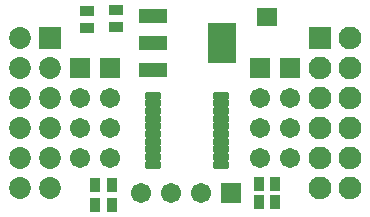
<source format=gts>
G04*
G04 #@! TF.GenerationSoftware,Altium Limited,Altium Designer,23.3.1 (30)*
G04*
G04 Layer_Color=8388736*
%FSLAX44Y44*%
%MOMM*%
G71*
G04*
G04 #@! TF.SameCoordinates,7D95EF5C-A674-4E58-8619-D26F187C42BB*
G04*
G04*
G04 #@! TF.FilePolarity,Negative*
G04*
G01*
G75*
%ADD23R,1.8000X1.6000*%
%ADD24R,1.1532X0.9532*%
%ADD25R,2.3532X1.2032*%
%ADD26R,2.3532X3.4532*%
%ADD27R,0.8382X1.4732*%
%ADD28R,0.9532X1.1532*%
G04:AMPARAMS|DCode=29|XSize=0.6032mm|YSize=1.4032mm|CornerRadius=0.1516mm|HoleSize=0mm|Usage=FLASHONLY|Rotation=270.000|XOffset=0mm|YOffset=0mm|HoleType=Round|Shape=RoundedRectangle|*
%AMROUNDEDRECTD29*
21,1,0.6032,1.1000,0,0,270.0*
21,1,0.3000,1.4032,0,0,270.0*
1,1,0.3032,-0.5500,-0.1500*
1,1,0.3032,-0.5500,0.1500*
1,1,0.3032,0.5500,0.1500*
1,1,0.3032,0.5500,-0.1500*
%
%ADD29ROUNDEDRECTD29*%
%ADD30R,1.7032X1.7032*%
%ADD31C,1.7032*%
%ADD32R,1.8542X1.8542*%
%ADD33C,1.8542*%
%ADD34R,1.7032X1.7032*%
%ADD35C,1.9304*%
%ADD36R,1.8796X1.8796*%
D23*
X488641Y449580D02*
D03*
D24*
X360659Y441822D02*
D03*
Y455821D02*
D03*
X336150Y454848D02*
D03*
Y440848D02*
D03*
D25*
X392390Y450990D02*
D03*
Y427990D02*
D03*
Y404990D02*
D03*
D26*
X450890Y427990D02*
D03*
D27*
X484522Y449580D02*
D03*
X492760D02*
D03*
D28*
X343520Y307340D02*
D03*
X357520D02*
D03*
X495838Y308864D02*
D03*
X481838D02*
D03*
X343520Y290830D02*
D03*
X357520D02*
D03*
X495696Y293116D02*
D03*
X481696D02*
D03*
D29*
X392580Y383470D02*
D03*
Y376970D02*
D03*
Y370470D02*
D03*
Y363970D02*
D03*
Y357470D02*
D03*
Y350970D02*
D03*
Y344470D02*
D03*
Y337970D02*
D03*
Y331470D02*
D03*
Y324970D02*
D03*
X449580Y383470D02*
D03*
Y376970D02*
D03*
Y370470D02*
D03*
Y363970D02*
D03*
Y357470D02*
D03*
Y350970D02*
D03*
Y344470D02*
D03*
Y337970D02*
D03*
Y331470D02*
D03*
Y324970D02*
D03*
D30*
X355600Y406400D02*
D03*
X330200D02*
D03*
X508000D02*
D03*
X482600D02*
D03*
D31*
X355600Y381000D02*
D03*
Y355600D02*
D03*
Y330200D02*
D03*
X330200Y381000D02*
D03*
Y355600D02*
D03*
Y330200D02*
D03*
X382270Y300990D02*
D03*
X407670D02*
D03*
X433070D02*
D03*
X508000Y330200D02*
D03*
Y355600D02*
D03*
Y381000D02*
D03*
X482600Y330200D02*
D03*
Y355600D02*
D03*
Y381000D02*
D03*
D32*
X304800Y431800D02*
D03*
D33*
Y406400D02*
D03*
Y381000D02*
D03*
Y355600D02*
D03*
Y330200D02*
D03*
Y304800D02*
D03*
X279400Y431800D02*
D03*
Y406400D02*
D03*
Y381000D02*
D03*
Y355600D02*
D03*
Y330200D02*
D03*
Y304800D02*
D03*
D34*
X458470Y300990D02*
D03*
D35*
X558800Y304800D02*
D03*
Y330200D02*
D03*
Y355600D02*
D03*
Y381000D02*
D03*
Y406400D02*
D03*
Y431800D02*
D03*
X533400Y304800D02*
D03*
Y330200D02*
D03*
Y355600D02*
D03*
Y381000D02*
D03*
Y406400D02*
D03*
D36*
Y431800D02*
D03*
M02*

</source>
